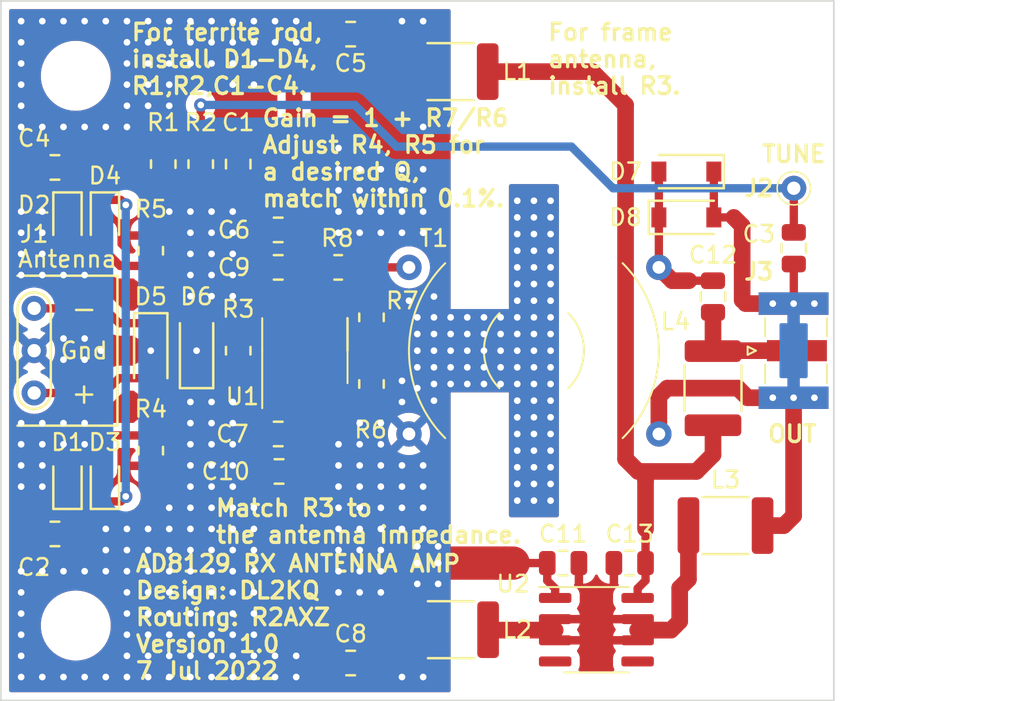
<source format=kicad_pcb>
(kicad_pcb (version 20211014) (generator pcbnew)
  (layers (0 "F.Cu" signal) (31 "B.Cu" signal) (34 "B.Paste" user) (35 "F.Paste" user) (36 "B.SilkS" user "B.Silkscreen") (37 "F.SilkS" user "F.Silkscreen") (38 "B.Mask" user) (39 "F.Mask" user) (44 "Edge.Cuts" user))
  (net 0 "")
  (net 1 "Net-(C1-Pad1)")
  (net 2 "GND")
  (net 3 "TUNE")
  (net 4 "SHLD")
  (net 5 "Net-(C2-Pad1)")
  (net 6 "Net-(C5-Pad2)")
  (net 7 "REGGND")
  (net 8 "Net-(C10-Pad2)")
  (net 9 "Net-(D1-Pad2)")
  (net 10 "Net-(D2-Pad2)")
  (net 11 "Net-(R6-Pad1)")
  (net 12 "Net-(R7-Pad2)")
  (net 13 "Net-(R8-Pad2)")
  (net 16 "Net-(C13-Pad1)")
  (net 17 "Net-(C12-Pad1)")
  (net 18 "Net-(C12-Pad2)")
  (footprint "AD8129 Preamp Board:R_0805_2012Metric" (layer "F.Cu") (at 130 95.75 90)
    (fp_text reference "R5")
    (fp_text value "390k*" hide)
  )
  (footprint "AD8129 Preamp Board:MountingHole_3.2mm_M3" (layer "F.Cu") (at 125.5 85.25)
    (fp_text reference "H1" hide)
    (fp_text value "M3" hide)
  )
  (footprint "AD8129 Preamp Board:C_0805_2012Metric" (layer "F.Cu") (at 168.6 95.6 -90)
    (fp_text reference "C3")
    (fp_text value "100n" hide)
  )
  (footprint "AD8129 Preamp Board:D_SOD-123" (layer "F.Cu") (at 162.15 91 180)
    (fp_text reference "D7")
    (fp_text value "1N4148W" hide)
  )
  (footprint "AD8129 Preamp Board:R_0805_2012Metric" (layer "F.Cu") (at 130.75 90.55 -90)
    (fp_text reference "R1")
    (fp_text value "100k" hide)
  )
  (footprint "AD8129 Preamp Board:C_0805_2012Metric" (layer "F.Cu") (at 154.75 114.5)
    (fp_text reference "C11")
    (fp_text value "100n" hide)
  )
  (footprint "AD8129 Preamp Board:C_0805_2012Metric" (layer "F.Cu") (at 142 120.5 180)
    (fp_text reference "C8")
    (fp_text value "100n")
  )
  (footprint "AD8129 Preamp Board:C_0805_2012Metric" (layer "F.Cu") (at 135.25 90.55 90)
    (fp_text reference "C1")
    (fp_text value "100n" hide)
  )
  (footprint "AD8129 Preamp Board:L_1812_4532Metric_Pad1.30x3.40mm_HandSolder" (layer "F.Cu") (at 148 85)
    (fp_text reference "L1")
    (fp_text value "220uH" hide)
  )
  (footprint "AD8129 Preamp Board:D_SOD-323" (layer "F.Cu") (at 125 109.75 90)
    (fp_text reference "D1")
    (fp_text value "BB640" hide)
  )
  (footprint "AD8129 Preamp Board:D_SOD-323" (layer "F.Cu") (at 125 93.75 -90)
    (fp_text reference "D2")
    (fp_text value "BB640" hide)
  )
  (footprint "AD8129 Preamp Board:TR-FT-50-43-1P-1S-Isolated" (layer "F.Cu") (at 153 101.75)
    (fp_text reference "T1")
    (fp_text value "Transformer_1P_1S" hide)
  )
  (footprint "AD8129 Preamp Board:R_0805_2012Metric" (layer "F.Cu") (at 133 90.55 90)
    (fp_text reference "R2")
    (fp_text value "10k" hide)
  )
  (footprint "AD8129 Preamp Board:C_0805_2012Metric" (layer "F.Cu") (at 137.7 109)
    (fp_text reference "C10")
    (fp_text value "100n" hide)
  )
  (footprint "AD8129 Preamp Board:R_0805_2012Metric" (layer "F.Cu") (at 141.25 96.75)
    (fp_text reference "R8")
    (fp_text value "47" hide)
  )
  (footprint "AD8129 Preamp Board:L_1812_4532Metric_Pad1.30x3.40mm_HandSolder" (layer "F.Cu") (at 163.75 104 90)
    (fp_text reference "L4")
    (fp_text value "220uH" hide)
  )
  (footprint "AD8129 Preamp Board:MountingHole_3.2mm_M3" (layer "F.Cu") (at 125.5 118.25)
    (fp_text reference "H2" hide)
    (fp_text value "M3" hide)
  )
  (footprint "AD8129 Preamp Board:SMA_Samtec_SMA-J-P-X-ST-EM1_EdgeMount" (layer "F.Cu") (at 168.5875 101.75 90)
    (fp_text reference "J3")
    (fp_text value "TRX")
  )
  (footprint "AD8129 Preamp Board:C_0805_2012Metric" (layer "F.Cu") (at 137.65 94.5)
    (fp_text reference "C6")
    (fp_text value "100n" hide)
  )
  (footprint "AD8129 Preamp Board:C_0805_2012Metric" (layer "F.Cu") (at 137.65 106.75 180)
    (fp_text reference "C7")
    (fp_text value "100n" hide)
  )
  (footprint "AD8129 Preamp Board:C_0805_2012Metric" (layer "F.Cu") (at 163.75 98.5 -90)
    (fp_text reference "C12")
    (fp_text value "100n" hide)
  )
  (footprint "AD8129 Preamp Board:D_SOD-123" (layer "F.Cu") (at 132.75 101.75 90)
    (fp_text reference "D6")
    (fp_text value "1N4148W" hide)
  )
  (footprint "AD8129 Preamp Board:MountingHole_3.2mm_M3" (layer "F.Cu") (at 166.5 85.25)
    (fp_text reference "H4" hide)
    (fp_text value "M3" hide)
  )
  (footprint "AD8129 Preamp Board:WirePad_1_0.8_1.5" (layer "F.Cu") (at 168.6 92)
    (fp_text reference "J2")
    (fp_text value "TUNE" hide)
  )
  (footprint "AD8129 Preamp Board:R_0805_2012Metric" (layer "F.Cu") (at 135.25 101.75 90)
    (fp_text reference "R3")
    (fp_text value "620*" hide)
  )
  (footprint "AD8129 Preamp Board:D_SOD-123" (layer "F.Cu") (at 162.15 93.75)
    (fp_text reference "D8")
    (fp_text value "1N4148W" hide)
  )
  (footprint "AD8129 Preamp Board:MountingHole_3.2mm_M3" (layer "F.Cu") (at 166.5 118.25)
    (fp_text reference "H3" hide)
    (fp_text value "M3" hide)
  )
  (footprint "AD8129 Preamp Board:C_0805_2012Metric" (layer "F.Cu") (at 124.25 112.75 180)
    (fp_text reference "C2")
    (fp_text value "100n" hide)
  )
  (footprint "AD8129 Preamp Board:R_0805_2012Metric" (layer "F.Cu") (at 143.25 103.75 -90)
    (fp_text reference "R6")
    (fp_text value "33" hide)
  )
  (footprint "AD8129 Preamp Board:C_0805_2012Metric" (layer "F.Cu") (at 124.25 90.75 180)
    (fp_text reference "C4")
    (fp_text value "100n" hide)
  )
  (footprint "AD8129 Preamp Board:L_1812_4532Metric_Pad1.30x3.40mm_HandSolder" (layer "F.Cu") (at 164.5 112.25)
    (fp_text reference "L3")
    (fp_text value "1mH" hide)
  )
  (footprint "AD8129 Preamp Board:R_0805_2012Metric" (layer "F.Cu") (at 143.25 99.75 -90)
    (fp_text reference "R7")
    (fp_text value "1k" hide)
  )
  (footprint "AD8129 Preamp Board:L_1812_4532Metric_Pad1.30x3.40mm_HandSolder" (layer "F.Cu") (at 148.025 118.5 180)
    (fp_text reference "L2")
    (fp_text value "220uH" hide)
  )
  (footprint "AD8129 Preamp Board:D_SOD-323" (layer "F.Cu") (at 127.25 109.75 90)
    (fp_text reference "D3")
    (fp_text value "BB640" hide)
  )
  (footprint "AD8129 Preamp Board:C_0805_2012Metric" (layer "F.Cu") (at 142 82.75)
    (fp_text reference "C5")
    (fp_text value "100n" hide)
  )
  (footprint "AD8129 Preamp Board:D_SOD-323" (layer "F.Cu") (at 127.25 93.75 -90)
    (fp_text reference "D4")
    (fp_text value "BB640" hide)
  )
  (footprint "AD8129 Preamp Board:C_0805_2012Metric" (layer "F.Cu") (at 158.75 114.5 180)
    (fp_text reference "C13")
    (fp_text value "100n" hide)
  )
  (footprint "AD8129 Preamp Board:WirePad_3_0.8_1.5" (layer "F.Cu") (at 123 101.75 180)
    (fp_text reference "J1")
    (fp_text value "ANT")
  )
  (footprint "AD8129 Preamp Board:D_SOD-123" (layer "F.Cu") (at 130 101.75 -90)
    (fp_text reference "D5")
    (fp_text value "1N4148W" hide)
  )
  (footprint "AD8129 Preamp Board:C_0805_2012Metric" (layer "F.Cu") (at 137.65 96.75 180)
    (fp_text reference "C9")
    (fp_text value "100n" hide)
  )
  (footprint "AD8129 Preamp Board:SOIC-8_3.9x4.9mm_P1.27mm" (layer "F.Cu") (at 139.25 101.75 90)
    (fp_text reference "U1")
    (fp_text value "AD8129" hide)
  )
  (footprint "Package_SO:SOIC-8_3.9x4.9mm_P1.27mm" (layer "F.Cu") (at 156.75 118.5)
    (fp_text reference "U2")
    (fp_text value "L78L06_SO8" hide)
  )
  (footprint "AD8129 Preamp Board:R_0805_2012Metric" (layer "F.Cu") (at 130 107.75 90)
    (fp_text reference "R4")
    (fp_text value "390k*" hide)
  )
  (gr_line (start 122 97.25) (end 128 97.25) (layer "F.SilkS") (width 0.15))
  (gr_line (start 128 106.25) (end 122 106.25) (layer "F.SilkS") (width 0.15))
  (gr_line (start 128 97.25) (end 128 106.25) (layer "F.SilkS") (width 0.15))
  (gr_line (start 171 80.75) (end 171 122.75) (layer "Edge.Cuts") (width 0.1))
  (gr_line (start 121 122.75) (end 121 80.75) (layer "Edge.Cuts") (width 0.1))
  (gr_line (start 171 122.75) (end 121 122.75) (layer "Edge.Cuts") (width 0.1))
  (gr_line (start 121 80.75) (end 171 80.75) (layer "Edge.Cuts") (width 0.1))
  (gr_text "For frame\nantenna,\ninstall R3.\n" (at 153.75 84.25) (layer "F.SilkS") (effects (font (size 1 1) (thickness 0.2)) (justify left)))
  (gr_text "TUNE" (at 168.6 89.95) (layer "F.SilkS") (effects (font (size 1 1) (thickness 0.2))))
  (gr_text "For ferrite rod,\ninstall D1-D4,\nR1,R2,C1-С4.\n" (at 128.75 84.25) (layer "F.SilkS") (effects (font (size 1 1) (thickness 0.2)) (justify left)))
  (gr_text "Antenna" (at 125 96.25) (layer "F.SilkS") (effects (font (size 1 1))))
  (gr_text "Gain = 1 + R7/R6\nAdjust R4, R5 for\na desired Q,\nmatch within 0.1%." (at 136.6 90.2) (layer "F.SilkS") (effects (font (size 1 1) (thickness 0.2)) (justify left)))
  (gr_text "Match R3 to \nthe antenna impedance." (at 133.8 112) (layer "F.SilkS") (effects (font (size 1 1) (thickness 0.2)) (justify left)))
  (gr_text "+" (at 126 104.29) (layer "F.SilkS") (effects (font (size 1.27 1.27))))
  (gr_text "Gnd" (at 126 101.75) (layer "F.SilkS") (effects (font (size 1 1))))
  (gr_text "OUT" (at 168.5 106.75) (layer "F.SilkS") (effects (font (size 1 1) (thickness 0.2))))
  (gr_text "AD8129 RX ANTENNA AMP\nDesign: DL2KQ\nRouting: R2AXZ\nVersion 1.0\n7 Jul 2022" (at 129 117.75) (layer "F.SilkS") (effects (font (size 1 1) (thickness 0.2)) (justify left)))
  (gr_text "-" (at 126 99.21) (layer "F.SilkS") (effects (font (size 1.27 1.27))))
  (segment (start 130.75 91.4625) (end 133 91.4625) (width 0.5) (layer "F.Cu") (net 1))
  (segment (start 135.2125 91.4625) (end 135.25 91.5) (width 0.5) (layer "F.Cu") (net 1))
  (segment (start 133 91.4625) (end 135.2125 91.4625) (width 0.5) (layer "F.Cu") (net 1))
  (segment (start 142.1625 104.6625) (end 141.725 104.225) (width 0.5) (layer "F.Cu") (net 2))
  (segment (start 136.7 94.5) (end 136.7 96.75) (width 0.5) (layer "F.Cu") (net 2))
  (segment (start 136.7 108.95) (end 136.75 109) (width 0.5) (layer "F.Cu") (net 2))
  (segment (start 136.7 106.75) (end 136.7 108.95) (width 0.5) (layer "F.Cu") (net 2))
  (segment (start 141.725 104.225) (end 141.155 104.225) (width 0.5) (layer "F.Cu") (net 2))
  (segment (start 150.75 114.5) (end 151.25 114.5) (width 2) (layer "F.Cu") (net 2))
  (segment (start 153.8 114.5) (end 151.75 114.5) (width 0.5) (layer "F.Cu") (net 2))
  (segment (start 146.75 114.5) (end 150.75 114.5) (width 2) (layer "F.Cu") (net 2))
  (segment (start 153.8 115.55) (end 154.275 116.025) (width 0.5) (layer "F.Cu") (net 2))
  (segment (start 151.25 114.5) (end 151.75 114.5) (width 2) (layer "F.Cu") (net 2))
  (segment (start 154.275 116.025) (end 154.275 116.595) (width 0.5) (layer "F.Cu") (net 2))
  (segment (start 153.8 114.5) (end 153.8 115.55) (width 0.5) (layer "F.Cu") (net 2))
  (segment (start 143.25 104.6625) (end 142.1625 104.6625) (width 0.5) (layer "F.Cu") (net 2))
  (via blind (at 134.92 95.94) (size 0.8) (drill 0.4) (layers "F.Cu" "B.Cu") (net 2))
  (via blind (at 128.57 120.07) (size 0.8) (drill 0.4) (layers "F.Cu" "B.Cu") (net 2))
  (via blind (at 153 108.75) (size 0.8) (drill 0.4) (layers "F.Cu" "B.Cu") (net 2))
  (via blind (at 123.49 121.34) (size 0.8) (drill 0.4) (layers "F.Cu" "B.Cu") (net 2))
  (via blind (at 141.27 107.37) (size 0.8) (drill 0.4) (layers "F.Cu" "B.Cu") (net 2))
  (via blind (at 131.11 81.97) (size 0.8) (drill 0.4) (layers "F.Cu" "B.Cu") (net 2))
  (via blind (at 126.03 102.29) (size 0.8) (drill 0.4) (layers "F.Cu" "B.Cu") (net 2))
  (via blind (at 150 99.75) (size 0.8) (drill 0.4) (layers "F.Cu" "B.Cu") (net 2))
  (via blind (at 137.46 83.24) (size 0.8) (drill 0.4) (layers "F.Cu" "B.Cu") (net 2))
  (via blind (at 122.22 107.37) (size 0.8) (drill 0.4) (layers "F.Cu" "B.Cu") (net 2))
  (via blind (at 129.84 118.8) (size 0.8) (drill 0.4) (layers "F.Cu" "B.Cu") (net 2))
  (via blind (at 127.3 114.99) (size 0.8) (drill 0.4) (layers "F.Cu" "B.Cu") (net 2))
  (via blind (at 122.22 93.4) (size 0.8) (drill 0.4) (layers "F.Cu" "B.Cu") (net 2))
  (via blind (at 143.81 107.37) (size 0.8) (drill 0.4) (layers "F.Cu" "B.Cu") (net 2))
  (via blind (at 142.54 114.99) (size 0.8) (drill 0.4) (layers "F.Cu" "B.Cu") (net 2))
  (via blind (at 132.38 120.07) (size 0.8) (drill 0.4) (layers "F.Cu" "B.Cu") (net 2))
  (via blind (at 132.38 84.51) (size 0.8) (drill 0.4) (layers "F.Cu" "B.Cu") (net 2))
  (via blind (at 132.38 107.37) (size 0.8) (drill 0.4) (layers "F.Cu" "B.Cu") (net 2))
  (via blind (at 134.92 97.21) (size 0.8) (drill 0.4) (layers "F.Cu" "B.Cu") (net 2))
  (via blind (at 153 107.75) (size 0.8) (drill 0.4) (layers "F.Cu" "B.Cu") (net 2))
  (via blind (at 123.49 108.64) (size 0.8) (drill 0.4) (layers "F.Cu" "B.Cu") (net 2))
  (via blind (at 122.22 118.8) (size 0.8) (drill 0.4) (layers "F.Cu" "B.Cu") (net 2))
  (via blind (at 128.57 112.45) (size 0.8) (drill 0.4) (layers "F.Cu" "B.Cu") (net 2))
  (via blind (at 148 103.75) (size 0.8) (drill 0.4) (layers "F.Cu" "B.Cu") (net 2))
  (via blind (at 131.11 87.05) (size 0.8) (drill 0.4) (layers "F.Cu" "B.Cu") (net 2))
  (via blind (at 132.38 106.1) (size 0.8) (drill 0.4) (layers "F.Cu" "B.Cu") (net 2))
  (via blind (at 153 104.75) (size 0.8) (drill 0.4) (layers "F.Cu" "B.Cu") (net 2))
  (via blind (at 146 104) (size 0.8) (drill 0.4) (layers "F.Cu" "B.Cu") (net 2))
  (via blind (at 132.38 98.48) (size 0.8) (drill 0.4) (layers "F.Cu" "B.Cu") (net 2))
  (via blind (at 149 103.75) (size 0.8) (drill 0.4) (layers "F.Cu" "B.Cu") (net 2))
  (via blind (at 132.38 93.4) (size 0.8) (drill 0.4) (layers "F.Cu" "B.Cu") (net 2))
  (via blind (at 136.19 120.07) (size 0.8) (drill 0.4) (layers "F.Cu" "B.Cu") (net 2))
  (via blind (at 124.76 107.37) (size 0.8) (drill 0.4) (layers "F.Cu" "B.Cu") (net 2))
  (via blind (at 133.65 95.94) (size 0.8) (drill 0.4) (layers "F.Cu" "B.Cu") (net 2))
  (via blind (at 133.65 111.18) (size 0.8) (drill 0.4) (layers "F.Cu" "B.Cu") (net 2))
  (via blind (at 141.27 92.13) (size 0.8) (drill 0.4) (layers "F.Cu" "B.Cu") (net 2))
  (via blind (at 141.27 111.18) (size 0.8) (drill 0.4) (layers "F.Cu" "B.Cu") (net 2))
  (via blind (at 147 101.75) (size 0.8) (drill 0.4) (layers "F.Cu" "B.Cu") (net 2))
  (via blind (at 153 98.75) (size 0.8) (drill 0.4) (layers "F.Cu" "B.Cu") (net 2))
  (via blind (at 153 94.75) (size 0.8) (drill 0.4) (layers "F.Cu" "B.Cu") (net 2))
  (via blind (at 124.76 101.02) (size 0.8) (drill 0.4) (layers "F.Cu" "B.Cu") (net 2))
  (via blind (at 131.11 93.4) (size 0.8) (drill 0.4) (layers "F.Cu" "B.Cu") (net 2))
  (via blind (at 122.22 116.26) (size 0.8) (drill 0.4) (layers "F.Cu" "B.Cu") (net 2))
  (via blind (at 145.08 92.13) (size 0.8) (drill 0.4) (layers "F.Cu" "B.Cu") (net 2))
  (via blind (at 152 101.75) (size 0.8) (drill 0.4) (layers "F.Cu" "B.Cu") (net 2))
  (via blind (at 133.65 94.67) (size 0.8) (drill 0.4) (layers "F.Cu" "B.Cu") (net 2))
  (via blind (at 131.11 121.34) (size 0.8) (drill 0.4) (layers "F.Cu" "B.Cu") (net 2))
  (via blind (at 141.27 116.26) (size 0.8) (drill 0.4) (layers "F.Cu" "B.Cu") (net 2))
  (via blind (at 152 95.75) (size 0.8) (drill 0.4) (layers "F.Cu" "B.Cu") (net 2))
  (via blind (at 148 101.75) (size 0.8) (drill 0.4) (layers "F.Cu" "B.Cu") (net 2))
  (via blind (at 123.49 81.97) (size 0.8) (drill 0.4) (layers "F.Cu" "B.Cu") (net 2))
  (via blind (at 150 103.75) (size 0.8) (drill 0.4) (layers "F.Cu" "B.Cu") (net 2))
  (via blind (at 122.22 108.64) (size 0.8) (drill 0.4) (layers "F.Cu" "B.Cu") (net 2))
  (via blind (at 143.81 116.26) (size 0.8) (drill 0.4) (layers "F.Cu" "B.Cu") (net 2))
  (via blind (at 147.25 115.75) (size 0.8) (drill 0.4) (layers "F.Cu" "B.Cu") (net 2))
  (via blind (at 128.57 87.05) (size 0.8) (drill 0.4) (layers "F.Cu" "B.Cu") (net 2))
  (via blind (at 136.19 111.18) (size 0.8) (drill 0.4) (layers "F.Cu" "B.Cu") (net 2))
  (via blind (at 134.92 121.34) (size 0.8) (drill 0.4) (layers "F.Cu" "B.Cu") (net 2))
  (via blind (at 150 101.75) (size 0.8) (drill 0.4) (layers "F.Cu" "B.Cu") (net 2))
  (via blind (at 141.27 90.86) (size 0.8) (drill 0.4) (layers "F.Cu" "B.Cu") (net 2))
  (via blind (at 126.03 101.02) (size 0.8) (drill 0.4) (layers "F.Cu" "B.Cu") (net 2))
  (via blind (at 146.35 81.97) (size 0.8) (drill 0.4) (layers "F.Cu" "B.Cu") (net 2))
  (via blind (at 128.57 114.99) (size 0.8) (drill 0.4) (layers "F.Cu" "B.Cu") (net 2))
  (via blind (at 138.73 83.24) (size 0.8) (drill 0.4) (layers "F.Cu" "B.Cu") (net 2))
  (via blind (at 136.19 112.45) (size 0.8) (drill 0.4) (layers "F.Cu" "B.Cu") (net 2))
  (via blind (at 151 102.75) (size 0.8) (drill 0.4) (layers "F.Cu" "B.Cu") (net 2))
  (via blind (at 153 101.75) (size 0.8) (drill 0.4) (layers "F.Cu" "B.Cu") (net 2))
  (via blind (at 126.03 88.32) (size 0.8) (drill 0.4) (layers "F.Cu" "B.Cu") (net 2))
  (via blind (at 152 96.75) (size 0.8) (drill 0.4) (layers "F.Cu" "B.Cu") (net 2))
  (via blind (at 131.11 117.53) (size 0.8) (drill 0.4) (layers "F.Cu" "B.Cu") (net 2))
  (via blind (at 126.03 97.21) (size 0.8) (drill 0.4) (layers "F.Cu" "B.Cu") (net 2))
  (via blind (at 134.92 117.53) (size 0.8) (drill 0.4) (layers "F.Cu" "B.Cu") (net 2))
  (via blind (at 132.38 95.94) (size 0.8) (drill 0.4) (layers "F.Cu" "B.Cu") (net 2))
  (via blind (at 129.84 84.51) (size 0.8) (drill 0.4) (layers "F.Cu" "B.Cu") (net 2))
  (via blind (at 122.22 84.51) (size 0.8) (drill 0.4) (layers "F.Cu" "B.Cu") (net 2))
  (via blind (at 136.19 85.78) (size 0.8) (drill 0.4) (layers "F.Cu" "B.Cu") (net 2))
  (via blind (at 128.57 88.32) (size 0.8) (drill 0.4) (layers "F.Cu" "B.Cu") (net 2))
  (via blind (at 132.38 111.18) (size 0.8) (drill 0.4) (layers "F.Cu" "B.Cu") (net 2))
  (via blind (at 132.38 97.21) (size 0.8) (drill 0.4) (layers "F.Cu" "B.Cu") (net 2))
  (via blind (at 132.38 117.53) (size 0.8) (drill 0.4) (layers "F.Cu" "B.Cu") (net 2))
  (via blind (at 124.76 97.21) (size 0.8) (drill 0.4) (layers "F.Cu" "B.Cu") (net 2))
  (via blind (at 141.27 114.99) (size 0.8) (drill 0.4) (layers "F.Cu" "B.Cu") (net 2))
  (via blind (at 136.19 83.24) (size 0.8) (drill 0.4) (layers "F.Cu" "B.Cu") (net 2))
  (via blind (at 152 108.75) (size 0.8) (drill 0.4) (layers "F.Cu" "B.Cu") (net 2))
  (via blind (at 143.81 111.18) (size 0.8) (drill 0.4) (layers "F.Cu" "B.Cu") (net 2))
  (via blind (at 142.54 94.67) (size 0.8) (drill 0.4) (layers "F.Cu" "B.Cu") (net 2))
  (via blind (at 151 100.75) (size 0.8) (drill 0.4) (layers "F.Cu" "B.Cu") (net 2))
  (via blind (at 154 104.75) (size 0.8) (drill 0.4) (layers "F.Cu" "B.Cu") (net 2))
  (via blind (at 126.03 106.1) (size 0.8) (drill 0.4) (layers "F.Cu" "B.Cu") (net 2))
  (via blind (at 138.73 120.07) (size 0.8) (drill 0.4) (layers "F.Cu" "B.Cu") (net 2))
  (via blind (at 133.65 112.45) (size 0.8) (drill 0.4) (layers "F.Cu" "B.Cu") (net 2))
  (via blind (at 133.65 98.48) (size 0.8) (drill 0.4) (layers "F.Cu" "B.Cu") (net 2))
  (via blind (at 152 107.75) (size 0.8) (drill 0.4) (layers "F.Cu" "B.Cu") (net 2))
  (via blind (at 133.65 84.51) (size 0.8) (drill 0.4) (layers "F.Cu" "B.Cu") (net 2))
  (via blind (at 136.19 81.97) (size 0.8) (drill 0.4) (layers "F.Cu" "B.Cu") (net 2))
  (via blind (at 133.65 109.91) (size 0.8) (drill 0.4) (layers "F.Cu" "B.Cu") (net 2))
  (via blind (at 152 106.75) (size 0.8) (drill 0.4) (layers "F.Cu" "B.Cu") (net 2))
  (via blind (at 142.54 106.1) (size 0.8) (drill 0.4) (layers "F.Cu" "B.Cu") (net 2))
  (via blind (at 134.92 118.8) (size 0.8) (drill 0.4) (layers "F.Cu" "B.Cu") (net 2))
  (via blind (at 154 94.75) (size 0.8) (drill 0.4) (layers "F.Cu" "B.Cu") (net 2))
  (via blind (at 132.38 114.99) (size 0.8) (drill 0.4) (layers "F.Cu" "B.Cu") (net 2))
  (via blind (at 134.92 94.67) (size 0.8) (drill 0.4) (layers "F.Cu" "B.Cu") (net 2))
  (via blind (at 124.76 81.97) (size 0.8) (drill 0.4) (layers "F.Cu" "B.Cu") (net 2))
  (via blind (at 145.08 109.91) (size 0.8) (drill 0.4) (layers "F.Cu" "B.Cu") (net 2))
  (via blind (at 122.22 87.05) (size 0.8) (drill 0.4) (layers "F.Cu" "B.Cu") (net 2))
  (via blind (at 146.35 109.91) (size 0.8) (drill 0.4) (layers "F.Cu" "B.Cu") (net 2))
  (via blind (at 146.35 112.45) (size 0.8) (drill 0.4) (layers "F.Cu" "B.Cu") (net 2))
  (via blind (at 154 92.75) (size 0.8) (drill 0.4) (layers "F.Cu" "B.Cu") (net 2))
  (via blind (at 133.65 83.24) (size 0.8) (drill 0.4) (layers "F.Cu" "B.Cu") (net 2))
  (via blind (at 148 99.75) (size 0.8) (drill 0.4) (layers "F.Cu" "B.Cu") (net 2))
  (via blind (at 134.92 112.45) (size 0.8) (drill 0.4) (layers "F.Cu" "B.Cu") (net 2))
  (via blind (at 128.57 118.8) (size 0.8) (drill 0.4) (layers "F.Cu" "B.Cu") (net 2))
  (via blind (at 147 103.75) (size 0.8) (drill 0.4) (layers "F.Cu" "B.Cu") (net 2))
  (via blind (at 147 100.75) (size 0.8) (drill 0.4) (layers "F.Cu" "B.Cu") (net 2))
  (via blind (at 146.35 90.86) (size 0.8) (drill 0.4) (layers "F.Cu" "B.Cu") (net 2))
  (via blind (at 143.81 93.4) (size 0.8) (drill 0.4) (layers "F.Cu" "B.Cu") (net 2))
  (via blind (at 143.81 114.99) (size 0.8) (drill 0.4) (layers "F.Cu" "B.Cu") (net 2))
  (via blind (at 129.84 83.24) (size 0.8) (drill 0.4) (layers "F.Cu" "B.Cu") (net 2))
  (via blind (at 143.81 112.45) (size 0.8) (drill 0.4) (layers "F.Cu" "B.Cu") (net 2))
  (via blind (at 136.19 113.72) (size 0.8) (drill 0.4) (layers "F.Cu" "B.Cu") (net 2))
  (via blind (at 129.84 87.05) (size 0.8) (drill 0.4) (layers "F.Cu" "B.Cu") (net 2))
  (via blind (at 133.65 121.34) (size 0.8) (drill 0.4) (layers "F.Cu" "B.Cu") (net 2))
  (via blind (at 145.08 90.86) (size 0.8) (drill 0.4) (layers "F.Cu" "B.Cu") (net 2))
  (via blind (at 146.35 93.4) (size 0.8) (drill 0.4) (layers "F.Cu" "B.Cu") (net 2))
  (via blind (at 154 105.75) (size 0.8) (drill 0.4) (layers "F.Cu" "B.Cu") (net 2))
  (via blind (at 153 110.75) (size 0.8) (drill 0.4) (layers "F.Cu" "B.Cu") (net 2))
  (via blind (at 133.65 108.64) (size 0.8) (drill 0.4) (layers "F.Cu" "B.Cu") (net 2))
  (via blind (at 146 102.75) (size 0.8) (drill 0.4) (layers "F.Cu" "B.Cu") (net 2))
  (via blind (at 141.27 108.64) (size 0.8) (drill 0.4) (layers "F.Cu" "B.Cu") (net 2))
  (via blind (at 142.54 113.72) (size 0.8) (drill 0.4) (layers "F.Cu" "B.Cu") (net 2))
  (via blind (at 129.84 121.34) (size 0.8) (drill 0.4) (layers "F.Cu" "B.Cu") (net 2))
  (via blind (at 136.19 117.53) (size 0.8) (drill 0.4) (layers "F.Cu" "B.Cu") (net 2))
  (via blind (at 127.3 121.34) (size 0.8) (drill 0.4) (layers "F.Cu" "B.Cu") (net 2))
  (via blind (at 153 100.75) (size 0.8) (drill 0.4) (layers "F.Cu" "B.Cu") (net 2))
  (via blind (at 147.25 113.5) (size 0.8) (drill 0.4) (layers "F.Cu" "B.Cu") (net 2))
  (via blind (at 134.92 107.37) (size 0.8) (drill 0.4) (layers "F.Cu" "B.Cu") (net 2))
  (via blind (at 129.84 120.07) (size 0.8) (drill 0.4) (layers "F.Cu" "B.Cu") (net 2))
  (via blind (at 133.65 117.53) (size 0.8) (drill 0.4) (layers "F.Cu" "B.Cu") (net 2))
  (via blind (at 127.3 88.32) (size 0.8) (drill 0.4) (layers "F.Cu" "B.Cu") (net 2))
  (via blind (at 143.81 94.67) (size 0.8) (drill 0.4) (layers "F.Cu" "B.Cu") (net 2))
  (via blind (at 131.11 112.45) (size 0.8) (drill 0.4) (layers "F.Cu" "B.Cu") (net 2))
  (via blind (at 142.54 116.26) (size 0.8) (drill 0.4) (layers "F.Cu" "B.Cu") (net 2))
  (via blind (at 128.57 117.53) (size 0.8) (drill 0.4) (layers "F.Cu" "B.Cu") (net 2))
  (via blind (at 154 109.75) (size 0.8) (drill 0.4) (layers "F.Cu" "B.Cu") (net 2))
  (via blind (at 131.11 113.72) (size 0.8) (drill 0.4) (layers "F.Cu" "B.Cu") (net 2))
  (via blind (at 126.03 114.99) (size 0.8) (drill 0.4) (layers "F.Cu" "B.Cu") (net 2))
  (via blind (at 154 99.75) (size 0.8) (drill 0.4) (layers "F.Cu" "B.Cu") (net 2))
  (via blind (at 142.54 90.86) (size 0.8) (drill 0.4) (layers "F.Cu" "B.Cu") (net 2))
  (via blind (at 133.65 93.4) (size 0.8) (drill 0.4) (layers "F.Cu" "B.Cu") (net 2))
  (via blind (at 122.22 81.97) (size 0.8) (drill 0.4) (layers "F.Cu" "B.Cu") (net 2))
  (via blind (at 150 100.75) (size 0.8) (drill 0.4) (layers "F.Cu" "B.Cu") (net 2))
  (via blind (at 122.22 97.21) (size 0.8) (drill 0.4) (layers "F.Cu" "B.Cu") (net 2))
  (via blind (at 149 101.75) (size 0.8) (drill 0.4) (layers "F.Cu" "B.Cu") (net 2))
  (via blind (at 136.19 114.99) (size 0.8) (drill 0.4) (layers "F.Cu" "B.Cu") (net 2))
  (via blind (at 123.49 95.94) (size 0.8) (drill 0.4) (layers "F.Cu" "B.Cu") (net 2))
  (via blind (at 142.54 112.45) (size 0.8) (drill 0.4) (layers "F.Cu" "B.Cu") (net 2))
  (via blind (at 153 106.75) (size 0.8) (drill 0.4) (layers "F.Cu" "B.Cu") (net 2))
  (via blind (at 133.65 116.26) (size 0.8) (drill 0.4) (layers "F.Cu" "B.Cu") (net 2))
  (via blind (at 122.22 109.91) (size 0.8) (drill 0.4) (layers "F.Cu" "B.Cu") (net 2))
  (via blind (at 131.11 114.99) (size 0.8) (drill 0.4) (layers "F.Cu" "B.Cu") (net 2))
  (via blind (at 122.22 121.34) (size 0.8) (drill 0.4) (layers "F.Cu" "B.Cu") (net 2))
  (via blind (at 134.92 120.07) (size 0.8) (drill 0.4) (layers "F.Cu" "B.Cu") (net 2))
  (via blind (at 126.03 81.97) (size 0.8) (drill 0.4) (layers "F.Cu" "B.Cu") (net 2))
  (via blind (at 146 101.75) (size 0.8) (drill 0.4) (layers "F.Cu" "B.Cu") (net 2))
  (via blind (at 146.35 121.34) (size 0.8) (drill 0.4) (layers "F.Cu" "B.Cu") (net 2))
  (via blind (at 136.19 116.26) (size 0.8) (drill 0.4) (layers "F.Cu" "B.Cu") (net 2))
  (via blind (at 122.22 83.24) (size 0.8) (drill 0.4) (layers "F.Cu" "B.Cu") (net 2))
  (via blind (at 134.92 85.78) (size 0.8) (drill 0.4) (layers "F.Cu" "B.Cu") (net 2))
  (via blind (at 147 104.75) (size 0.8) (drill 0.4) (layers "F.Cu" "B.Cu") (net 2))
  (via blind (at 154 102.75) (size 0.8) (drill 0.4) (layers "F.Cu" "B.Cu") (net 2))
  (via blind (at 136.19 84.51) (size 0.8) (drill 0.4) (layers "F.Cu" "B.Cu") (net 2))
  (via blind (at 132.38 108.64) (size 0.8) (drill 0.4) (layers "F.Cu" "B.Cu") (net 2))
  (via blind (at 131.11 85.78) (size 0.8) (drill 0.4) (layers "F.Cu" "B.Cu") (net 2))
  (via blind (at 154 108.75) (size 0.8) (drill 0.4) (layers "F.Cu" "B.Cu") (net 2))
  (via blind (at 141.27 113.72) (size 0.8) (drill 0.4) (layers "F.Cu" "B.Cu") (net 2))
  (via blind (at 128.57 81.97) (size 0.8) (drill 0.4) (layers "F.Cu" "B.Cu") (net 2))
  (via blind (at 122.22 117.53) (size 0.8) (drill 0.4) (layers "F.Cu" "B.Cu") (net 2))
  (via blind (at 145.08 93.4) (size 0.8) (drill 0.4) (layers "F.Cu" "B.Cu") (net 2))
  (via blind (at 146.35 108.64) (size 0.8) (drill 0.4) (layers "F.Cu" "B.Cu") (net 2))
  (via blind (at 147 102.75) (size 0.8) (drill 0.4) (layers "F.Cu" "B.Cu") (net 2))
  (via blind (at 141.27 109.91) (size 0.8) (drill 0.4) (layers "F.Cu" "B.Cu") (net 2))
  (via blind (at 138.73 121.34) (size 0.8) (drill 0.4) (layers "F.Cu" "B.Cu") (net 2))
  (via blind (at 124.76 88.32) (size 0.8) (drill 0.4) (layers "F.Cu" "B.Cu") (net 2))
  (via blind (at 133.65 81.97) (size 0.8) (drill 0.4) (layers "F.Cu" "B.Cu") (net 2))
  (via blind (at 142.54 109.91) (size 0.8) (drill 0.4) (layers "F.Cu" "B.Cu") (net 2))
  (via blind (at 153 96.75) (size 0.8) (drill 0.4) (layers "F.Cu" "B.Cu") (net 2))
  (via blind (at 143.81 92.13) (size 0.8) (drill 0.4) (layers "F.Cu" "B.Cu") (net 2))
  (via blind (at 129.84 113.72) (size 0.8) (drill 0.4) (layers "F.Cu" "B.Cu") (net 2))
  (via blind (at 153 92.75) (size 0.8) (drill 0.4) (layers "F.Cu" "B.Cu") (net 2))
  (via blind (at 154 107.75) (size 0.8) (drill 0.4) (layers "F.Cu" "B.Cu") (net 2))
  (via blind (at 129.84 114.99) (size 0.8) (drill 0.4) (layers "F.Cu" "B.Cu") (net 2))
  (via blind (at 132.38 112.45) (size 0.8) (drill 0.4) (layers "F.Cu" "B.Cu") (net 2))
  (via blind (at 151 99.75) (size 0.8) (drill 0.4) (layers "F.Cu" "B.Cu") (net 2))
  (via blind (at 134.92 108.64) (size 0.8) (drill 0.4) (layers "F.Cu" "B.Cu") (net 2))
  (via blind (at 147.25 114.5) (size 0.8) (drill 0.4) (layers "F.Cu" "B.Cu") (net 2))
  (via blind (at 128.57 85.78) (size 0.8) (drill 0.4) (layers "F.Cu" "B.Cu") (net 2))
  (via blind (at 147 99.75) (size 0.8) (drill 0.4) (layers "F.Cu" "B.Cu") (net 2))
  (via blind (at 133.65 97.21) (size 0.8) (drill 0.4) (layers "F.Cu" "B.Cu") (net 2))
  (via blind (at 154 100.75) (size 0.8) (drill 0.4) (layers "F.Cu" "B.Cu") (net 2))
  (via blind (at 132.38 116.26) (size 0.8) (drill 0.4) (layers "F.Cu" "B.Cu") (net 2))
  (via blind (at 130 101.75) (size 0.8) (drill 0.4) (layers "F.Cu" "B.Cu") (net 2))
  (via blind (at 133.65 113.72) (size 0.8) (drill 0.4) (layers "F.Cu" "B.Cu") (net 2))
  (via blind (at 152 102.75) (size 0.8) (drill 0.4) (layers "F.Cu" "B.Cu") (net 2))
  (via blind (at 131.11 111.18) (size 0.8) (drill 0.4) (layers "F.Cu" "B.Cu") (net 2))
  (via blind (at 132.75 101.75) (size 0.8) (drill 0.4) (layers "F.Cu" "B.Cu") (net 2))
  (via blind (at 154 101.75) (size 0.8) (drill 0.4) (layers "F.Cu" "B.Cu") (net 2))
  (via blind (at 134.92 106.1) (size 0.8) (drill 0.4) (layers "F.Cu" "B.Cu") (net 2))
  (via blind (at 134.92 83.24) (size 0.8) (drill 0.4) (layers "F.Cu" "B.Cu") (net 2))
  (via blind (at 151 101.75) (size 0.8) (drill 0.4) (layers "F.Cu" "B.Cu") (net 2))
  (via blind (at 122.22 114.99) (size 0.8) (drill 0.4) (layers "F.Cu" "B.Cu") (net 2))
  (via blind (at 152 97.75) (size 0.8) (drill 0.4) (layers "F.Cu" "B.Cu") (net 2))
  (via blind (at 153 97.75) (size 0.8) (drill 0.4) (layers "F.Cu" "B.Cu") (net 2))
  (via blind (at 153 95.75) (size 0.8) (drill 0.4) (layers "F.Cu" "B.Cu") (net 2))
  (via blind (at 128.57 121.34) (size 0.8) (drill 0.4) (layers "F.Cu" "B.Cu") (net 2))
  (via blind (at 142.54 92.13) (size 0.8) (drill 0.4) (layers "F.Cu" "B.Cu") (net 2))
  (via blind (at 134.92 93.4) (size 0.8) (drill 0.4) (layers "F.Cu" "B.Cu") (net 2))
  (via blind (at 152 104.75) (size 0.8) (drill 0.4) (layers "F.Cu" "B.Cu") (net 2))
  (via blind (at 133.65 106.1) (size 0.8) (drill 0.4) (layers "F.Cu" "B.Cu") (net 2))
  (via blind (at 146.35 111.18) (size 0.8) (drill 0.4) (layers "F.Cu" "B.Cu") (net 2))
  (via blind (at 124.76 106.1) (size 0.8) (drill 0.4) (layers "F.Cu" "B.Cu") (net 2))
  (via blind (at 122.22 94.67) (size 0.8) (drill 0.4) (layers "F.Cu" "B.Cu") (net 2))
  (via blind (at 127 101.75) (size 0.8) (drill 0.4) (layers "F.Cu" "B.Cu") (net 2))
  (via blind (at 134.92 84.51) (size 0.8) (drill 0.4) (layers "F.Cu" "B.Cu") (net 2))
  (via blind (at 132.38 83.24) (size 0.8) (drill 0.4) (layers "F.Cu" "B.Cu") (net 2))
  (via blind (at 123.49 93.4) (size 0.8) (drill 0.4) (layers "F.Cu" "B.Cu") (net 2))
  (via blind (at 124.76 102.29) (size 0.8) (drill 0.4) (layers "F.Cu" "B.Cu") (net 2))
  (via blind (at 154 96.75) (size 0.8) (drill 0.4) (layers "F.Cu" "B.Cu") (net 2))
  (via blind (at 152 98.75) (size 0.8) (drill 0.4) (layers "F.Cu" "B.Cu") (net 2))
  (via blind (at 152 93.75) (size 0.8) (drill 0.4) (layers "F.Cu" "B.Cu") (net 2))
  (via blind (at 145.08 103.56) (size 0.8) (drill 0.4) (layers "F.Cu" "B.Cu") (net 2))
  (via blind (at 132.38 104.83) (size 0.8) (drill 0.4) (layers "F.Cu" "B.Cu") (net 2))
  (via blind (at 152 94.75) (size 0.8) (drill 0.4) (layers "F.Cu" "B.Cu") (net 2))
  (via blind (at 123.49 94.67) (size 0.8) (drill 0.4) (layers "F.Cu" "B.Cu") (net 2))
  (via blind (at 142.54 108.64) (size 0.8) (drill 0.4) (layers "F.Cu" "B.Cu") (net 2))
  (via blind (at 126.03 107.37) (size 0.8) (drill 0.4) (layers "F.Cu" "B.Cu") (net 2))
  (via blind (at 137.46 120.07) (size 0.8) (drill 0.4) (layers "F.Cu" "B.Cu") (net 2))
  (via blind (at 128.57 116.26) (size 0.8) (drill 0.4) (layers "F.Cu" "B.Cu") (net 2))
  (via blind (at 142.54 111.18) (size 0.8) (drill 0.4) (layers "F.Cu" "B.Cu") (net 2))
  (via blind (at 145.08 108.64) (size 0.8) (drill 0.4) (layers "F.Cu" "B.Cu") (net 2))
  (via blind (at 152 105.75) (size 0.8) (drill 0.4) (layers "F.Cu" "B.Cu") (net 2))
  (via blind (at 127.3 112.45) (size 0.8) (drill 0.4) (layers "F.Cu" "B.Cu") (net 2))
  (via blind (at 152 103.75) (size 0.8) (drill 0.4) (layers "F.Cu" "B.Cu") (net 2))
  (via blind (at 145.08 94.67) (size 0.8) (drill 0.4) (layers "F.Cu" "B.Cu") (net 2))
  (via blind (at 146.35 88.32) (size 0.8) (drill 0.4) (layers "F.Cu" "B.Cu") (net 2))
  (via blind (at 154 106.75) (size 0.8) (drill 0.4) (layers "F.Cu" "B.Cu") (net 2))
  (via blind (at 134.92 98.48) (size 0.8) (drill 0.4) (layers "F.Cu" "B.Cu") (net 2))
  (via blind (at 131.11 116.26) (size 0.8) (drill 0.4) (layers "F.Cu" "B.Cu") (net 2))
  (via blind (at 123.49 97.21) (size 0.8) (drill 0.4) (layers "F.Cu" "B.Cu") (net 2))
  (via blind (at 148 102.75) (size 0.8) (drill 0.4) (layers "F.Cu" "B.Cu") (net 2))
  (via blind (at 154 110.75) (size 0.8) (drill 0.4) (layers "F.Cu" "B.Cu") (net 2))
  (via blind (at 133.65 114.99) (size 0.8) (drill 0.4) (layers "F.Cu" "B.Cu") (net 2))
  (via blind (at 151 103.75) (size 0.8) (drill 0.4) (layers "F.Cu" "B.Cu") (net 2))
  (via blind (at 141.27 112.45) (size 0.8) (drill 0.4) (layers "F.Cu" "B.Cu") (net 2))
  (via blind (at 146 113.5) (size 0.8) (drill 0.4) (layers "F.Cu" "B.Cu") (net 2))
  (via blind (at 154 95.75) (size 0.8) (drill 0.4) (layers "F.Cu" "B.Cu") (net 2))
  (via blind (at 154 98.75) (size 0.8) (drill 0.4) (layers "F.Cu" "B.Cu") (net 2))
  (via blind (at 122.22 85.78) (size 0.8) (drill 0.4) (layers "F.Cu" "B.Cu") (net 2))
  (via blind (at 152 99.75) (size 0.8) (drill 0.4) (layers "F.Cu" "B.Cu") (net 2))
  (via blind (at 137.46 121.34) (size 0.8) (drill 0.4) (layers "F.Cu" "B.Cu") (net 2))
  (via blind (at 123.49 88.32) (size 0.8) (drill 0.4) (layers "F.Cu" "B.Cu") (net 2))
  (via blind (at 149 100.75) (size 0.8) (drill 0.4) (layers "F.Cu" "B.Cu") (net 2))
  (via blind (at 153 99.75) (size 0.8) (drill 0.4) (layers "F.Cu" "B.Cu") (net 2))
  (via blind (at 131.11 84.51) (size 0.8) (drill 0.4) (layers "F.Cu" "B.Cu") (net 2))
  (via blind (at 142.54 107.37) (size 0.8) (drill 0.4) (layers "F.Cu" "B.Cu") (net 2))
  (via blind (at 146 100.75) (size 0.8) (drill 0.4) (layers "F.Cu" "B.Cu") (net 2))
  (via blind (at 147 98.5) (size 0.8) (drill 0.4) (layers "F.Cu" "B.Cu") (net 2))
  (via blind (at 133.65 104.83) (size 0.8) (drill 0.4) (layers "F.Cu" "B.Cu") (net 2))
  (via blind (at 138.73 81.97) (size 0.8) (drill 0.4) (layers "F.Cu" "B.Cu") (net 2))
  (via blind (at 145.08 121.34) (size 0.8) (drill 0.4) (layers "F.Cu" "B.Cu") (net 2))
  (via blind (at 123.49 114.99) (size 0.8) (drill 0.4) (layers "F.Cu" "B.Cu") (net 2))
  (via blind (at 123.49 109.91) (size 0.8) (drill 0.4) (layers "F.Cu" "B.Cu") (net 2))
  (via blind (at 133.65 107.37) (size 0.8) (drill 0.4) (layers "F.Cu" "B.Cu") (net 2))
  (via blind (at 132.38 81.97) (size 0.8) (drill 0.4) (layers "F.Cu" "B.Cu") (net 2))
  (via blind (at 152 92.75) (size 0.8) (drill 0.4) (layers "F.Cu" "B.Cu") (net 2))
  (via blind (at 134.92 81.97) (size 0.8) (drill 0.4) (layers "F.Cu" "B.Cu") (net 2))
  (via blind (at 153 102.75) (size 0.8) (drill 0.4) (layers "F.Cu" "B.Cu") (net 2))
  (via blind (at 128.57 113.72) (size 0.8) (drill 0.4) (layers "F.Cu" "B.Cu") (net 2))
  (via blind (at 122.22 95.94) (size 0.8) (drill 0.4) (layers "F.Cu" "B.Cu") (net 2))
  (via blind (at 153 105.75) (size 0.8) (drill 0.4) (layers "F.Cu" "B.Cu") (net 2))
  (via blind (at 134.92 114.99) (size 0.8) (drill 0.4) (layers "F.Cu" "B.Cu") (net 2))
  (via blind (at 142.54 93.4) (size 0.8) (drill 0.4) (layers "F.Cu" "B.Cu") (net 2))
  (via blind (at 127.3 113.72) (size 0.8) (drill 0.4) (layers "F.Cu" "B.Cu") (net 2))
  (via blind (at 124.76 114.99) (size 0.8) (drill 0.4) (layers "F.Cu" "B.Cu") (net 2))
  (via blind (at 153 109.75) (size 0.8) (drill 0.4) (layers "F.Cu" "B.Cu") (net 2))
  (via blind (at 145.5 98.75) (size 0.8) (drill 0.4) (layers "F.Cu" "B.Cu") (net 2))
  (via blind (at 131.11 120.07) (size 0.8) (drill 0.4) (layers "F.Cu" "B.Cu") (net 2))
  (via blind (at 153 93.75) (size 0.8) (drill 0.4) (layers "F.Cu" "B.Cu") (net 2))
  (via blind (at 146 99.75) (size 0.8) (drill 0.4) (layers "F.Cu" "B.Cu") (net 2))
  (via blind (at 146 114.5) (size 0.8) (drill 0.4) (layers "F.Cu" "B.Cu") (net 2))
  (via blind (at 150 102.75) (size 0.8) (drill 0.4) (layers "F.Cu" "B.Cu") (net 2))
  (via blind (at 141.27 89.59) (size 0.8) (drill 0.4) (layers "F.Cu" "B.Cu") (net 2))
  (via blind (at 152 110.75) (size 0.8) (drill 0.4) (layers "F.Cu" "B.Cu") (net 2))
  (via blind (at 141.27 93.4) (size 0.8) (drill 0.4) (layers "F.Cu" "B.Cu") (net 2))
  (via blind (at 131.11 83.24) (size 0.8) (drill 0.4) (layers "F.Cu" "B.Cu") (net 2))
  (via blind (at 154 103.75) (size 0.8) (drill 0.4) (layers "F.Cu" "B.Cu") (net 2))
  (via blind (at 152 100.75) (size 0.8) (drill 0.4) (layers "F.Cu" "B.Cu") (net 2))
  (via blind (at 149 99.75) (size 0.8) (drill 0.4) (layers "F.Cu" "B.Cu") (net 2))
  (via blind (at 124.76 121.34) (size 0.8) (drill 0.4) (layers "F.Cu" "B.Cu") (net 2))
  (via blind (at 145.08 111.18) (size 0.8) (drill 0.4) (layers "F.Cu" "B.Cu") (net 2))
  (via blind (at 131.11 118.8) (size 0.8) (drill 0.4) (layers "F.Cu" "B.Cu") (net 2))
  (via blind (at 148 100.75) (size 0.8) (drill 0.4) (layers "F.Cu" "B.Cu") (net 2))
  (via blind (at 132.38 113.72) (size 0.8) (drill 0.4) (layers "F.Cu" "B.Cu") (net 2))
  (via blind (at 134.92 109.91) (size 0.8) (drill 0.4) (layers "F.Cu" "B.Cu") (net 2))
  (via blind (at 129.84 81.97) (size 0.8) (drill 0.4) (layers "F.Cu" "B.Cu") (net 2))
  (via blind (at 143.81 109.91) (size 0.8) (drill 0.4) (layers "F.Cu" "B.Cu") (net 2))
  (via blind (at 143.81 106.1) (size 0.8) (drill 0.4) (layers "F.Cu" "B.Cu") (net 2))
  (via blind (at 146 115.75) (size 0.8) (drill 0.4) (layers "F.Cu" "B.Cu") (net 2))
  (via blind (at 143.81 113.72) (size 0.8) (drill 0.4) (layers "F.Cu" "B.Cu") (net 2))
  (via blind (at 145.08 112.45) (size 0.8) (drill 0.4) (layers "F.Cu" "B.Cu") (net 2))
  (via blind (at 132.38 94.67) (size 0.8) (drill 0.4) (layers "F.Cu" "B.Cu") (net 2))
  (via blind (at 129.84 117.53) (size 0.8) (drill 0.4) (layers "F.Cu" "B.Cu") (net 2))
  (via blind (at 134.92 116.26) (size 0.8) (drill 0.4) (layers "F.Cu" "B.Cu") (net 2))
  (via blind (at 129.84 112.45) (size 0.8) (drill 0.4) (layers "F.Cu" "B.Cu") (net 2))
  (via blind (at 129.84 116.26) (size 0.8) (drill 0.4) (layers "F.Cu" "B.Cu") (net 2))
  (via blind (at 133.65 118.8) (size 0.8) (drill 0.4) (layers "F.Cu" "B.Cu") (net 2))
  (via blind (at 122.22 106.1) (size 0.8) (drill 0.4) (layers "F.Cu" "B.Cu") (net 2))
  (via blind (at 132.38 109.91) (size 0.8) (drill 0.4) (layers "F.Cu" "B.Cu") (net 2))
  (via blind (at 145.08 81.97) (size 0.8) (drill 0.4) (layers "F.Cu" "B.Cu") (net 2))
  (via blind (at 146.35 92.13) (size 0.8) (drill 0.4) (layers "F.Cu" "B.Cu") (net 2))
  (via blind (at 154 97.75) (size 0.8) (drill 0.4) (layers "F.Cu" "B.Cu") (net 2))
  (via blind (at 122.22 88.32) (size 0.8) (drill 0.4) (layers "F.Cu" "B.Cu") (net 2))
  (via blind (at 127.3 81.97) (size 0.8) (drill 0.4) (layers "F.Cu" "B.Cu") (net 2))
  (via blind (at 123.49 106.1) (size 0.8) (drill 0.4) (layers "F.Cu" "B.Cu") (net 2))
  (via blind (at 129.84 85.78) (size 0.8) (drill 0.4) (layers "F.Cu" "B.Cu") (net 2))
  (via blind (at 123.49 107.37) (size 0.8) (drill 0.4) (layers "F.Cu" "B.Cu") (net 2))
  (via blind (at 143.81 108.64) (size 0.8) (drill 0.4) (layers "F.Cu" "B.Cu") (net 2))
  (via blind (at 154 93.75) (size 0.8) (drill 0.4) (layers "F.Cu" "B.Cu") (net 2))
  (via blind (at 122.22 120.07) (size 0.8) (drill 0.4) (layers "F.Cu" "B.Cu") (net 2))
  (via blind (at 134.92 104.83) (size 0.8) (drill 0.4) (layers "F.Cu" "B.Cu") (net 2))
  (via blind (at 149 102.75) (size 0.8) (drill 0.4) (layers "F.Cu" "B.Cu") (net 2))
  (via blind (at 146.35 94.67) (size 0.8) (drill 0.4) (layers "F.Cu" "B.Cu") (net 2))
  (via blind (at 143.81 90.86) (size 0.8) (drill 0.4) (layers "F.Cu" "B.Cu") (net 2))
  (via blind (at 132.38 121.34) (size 0.8) (drill 0.4) (layers "F.Cu" "B.Cu") (net 2))
  (via blind (at 136.19 118.8) (size 0.8) (drill 0.4) (layers "F.Cu" "B.Cu") (net 2))
  (via blind (at 152 109.75) (size 0.8) (drill 0.4) (layers "F.Cu" "B.Cu") (net 2))
  (via blind (at 145.08 104.83) (size 0.8) (drill 0.4) (layers "F.Cu" "B.Cu") (net 2))
  (via blind (at 134.92 111.18) (size 0.8) (drill 0.4) (layers "F.Cu" "B.Cu") (net 2))
  (via blind (at 128.57 84.51) (size 0.8) (drill 0.4) (layers "F.Cu" "B.Cu") (net 2))
  (via blind (at 136.19 121.34) (size 0.8) (drill 0.4) (layers "F.Cu" "B.Cu") (net 2))
  (via blind (at 133.65 120.07) (size 0.8) (drill 0.4) (layers "F.Cu" "B.Cu") (net 2))
  (via blind (at 137.46 81.97) (size 0.8) (drill 0.4) (layers "F.Cu" "B.Cu") (net 2))
  (via blind (at 141.27 94.67) (size 0.8) (drill 0.4) (layers "F.Cu" "B.Cu") (net 2))
  (via blind (at 132.38 118.8) (size 0.8) (drill 0.4) (layers "F.Cu" "B.Cu") (net 2))
  (via blind (at 128.57 83.24) (size 0.8) (drill 0.4) (layers "F.Cu" "B.Cu") (net 2))
  (via blind (at 126.03 121.34) (size 0.8) (drill 0.4) (layers "F.Cu" "B.Cu") (net 2))
  (via blind (at 153 103.75) (size 0.8) (drill 0.4) (layers "F.Cu" "B.Cu") (net 2))
  (via blind (at 134.92 113.72) (size 0.8) (drill 0.4) (layers "F.Cu" "B.Cu") (net 2))
  (segment (start 168.6 94.65) (end 168.6 92) (width 0.5) (layer "F.Cu") (net 3))
  (segment (start 133 89.6375) (end 133 87) (width 0.5) (layer "F.Cu") (net 3))
  (via blind (at 133 87) (size 0.8) (drill 0.4) (layers "F.Cu" "B.Cu") (net 3))
  (segment (start 142.25 87) (end 133 87) (width 0.5) (layer "B.Cu") (net 3))
  (segment (start 155.25 89.5) (end 144.75 89.5) (width 0.5) (layer "B.Cu") (net 3))
  (segment (start 168.6 92) (end 157.75 92) (width 0.5) (layer "B.Cu") (net 3))
  (segment (start 157.75 92) (end 155.25 89.5) (width 0.5) (layer "B.Cu") (net 3))
  (segment (start 144.75 89.5) (end 142.25 87) (width 0.5) (layer "B.Cu") (net 3))
  (segment (start 166.725 112.25) (end 168 112.25) (width 1) (layer "F.Cu") (net 4))
  (segment (start 163.8 91) (end 163.8 93.75) (width 0.5) (layer "F.Cu") (net 4))
  (segment (start 161 104) (end 165.25 104) (width 1) (layer "F.Cu") (net 4))
  (segment (start 163.8 93.75) (end 165 93.75) (width 0.5) (layer "F.Cu") (net 4))
  (segment (start 165.5 94.25) (end 165.5 98.725) (width 1) (layer "F.Cu") (net 4))
  (segment (start 165.25 104) (end 165.825 104.575) (width 1) (layer "F.Cu") (net 4))
  (segment (start 160.5 106.75) (end 160.5 104.5) (width 1) (layer "F.Cu") (net 4))
  (segment (start 165 93.75) (end 165.5 94.25) (width 1) (layer "F.Cu") (net 4))
  (segment (start 165.825 104.575) (end 168.5875 104.575) (width 1) (layer "F.Cu") (net 4))
  (segment (start 160.5 104.5) (end 161 104) (width 1) (layer "F.Cu") (net 4))
  (segment (start 165.5 98.725) (end 165.7 98.925) (width 0.5) (layer "F.Cu") (net 4))
  (segment (start 165.7 98.925) (end 168.5875 98.925) (width 1) (layer "F.Cu") (net 4))
  (segment (start 168.6 96.55) (end 168.6 98.9125) (width 0.5) (layer "F.Cu") (net 4))
  (segment (start 168 112.25) (end 168.5875 111.6625) (width 1) (layer "F.Cu") (net 4))
  (segment (start 168.6 98.9125) (end 168.5875 98.925) (width 0.5) (layer "F.Cu") (net 4))
  (segment (start 168.5875 111.6625) (end 168.5875 104.575) (width 1) (layer "F.Cu") (net 4))
  (via blind (at 167.3375 104.575) (size 0.8) (drill 0.4) (layers "F.Cu" "B.Cu") (net 4))
  (via blind (at 168.5875 104.575) (size 0.8) (drill 0.4) (layers "F.Cu" "B.Cu") (net 4))
  (via blind (at 169.8375 104.575) (size 0.8) (drill 0.4) (layers "F.Cu" "B.Cu") (net 4))
  (via blind (at 167.3375 98.925) (size 0.8) (drill 0.4) (layers "F.Cu" "B.Cu") (net 4))
  (via blind (at 169.8375 98.925) (size 0.8) (drill 0.4) (layers "F.Cu" "B.Cu") (net 4))
  (via blind (at 168.5875 98.925) (size 0.8) (drill 0.4) (layers "F.Cu" "B.Cu") (net 4))
  (segment (start 127.25 90) (end 127.6125 89.6375) (width 0.5) (layer "F.Cu") (net 5))
  (segment (start 127.25 92.7) (end 127.25 90) (width 0.5) (layer "F.Cu") (net 5))
  (segment (start 125.2 112.75) (end 125.2 111) (width 0.5) (layer "F.Cu") (net 5))
  (segment (start 128.2 110.8) (end 127.25 110.8) (width 0.5) (layer "F.Cu") (net 5))
  (segment (start 128.2 92.7) (end 128.5 93) (width 0.5) (layer "F.Cu") (net 5))
  (segment (start 125.55 110.8) (end 127.25 110.8) (width 0.5) (layer "F.Cu") (net 5))
  (segment (start 125 110.8) (end 125.55 110.8) (width 0.5) (layer "F.Cu") (net 5))
  (segment (start 125.2 111) (end 125 110.8) (width 0.5) (layer "F.Cu") (net 5))
  (segment (start 125.2 90.75) (end 125.2 92.6) (width 0.5) (layer "F.Cu") (net 5))
  (segment (start 125 92.7) (end 125.3 92.7) (width 0.5) (layer "F.Cu") (net 5))
  (segment (start 127.25 92.7) (end 128.2 92.7) (width 0.5) (layer "F.Cu") (net 5))
  (segment (start 128.5 110.5) (end 128.2 110.8) (width 0.5) (layer "F.Cu") (net 5))
  (segment (start 125.2 92.6) (end 125.3 92.7) (width 0.5) (layer "F.Cu") (net 5))
  (segment (start 125.3 92.7) (end 127.25 92.7) (width 0.5) (layer "F.Cu") (net 5))
  (segment (start 127.6125 89.6375) (end 130.75 89.6375) (width 0.5) (layer "F.Cu") (net 5))
  (via blind (at 128.5 110.5) (size 0.8) (drill 0.4) (layers "F.Cu" "B.Cu") (net 5))
  (via blind (at 128.5 93) (size 0.8) (drill 0.4) (layers "F.Cu" "B.Cu") (net 5))
  (segment (start 128.5 93) (end 128.5 110.5) (width 0.5) (layer "B.Cu") (net 5))
  (segment (start 138.6 99.26) (end 138.615 99.275) (width 0.5) (layer "F.Cu") (net 6))
  (segment (start 138.6 85.4) (end 138.6 93.15) (width 1) (layer "F.Cu") (net 6))
  (segment (start 145.775 85) (end 143 85) (width 1) (layer "F.Cu") (net 6))
  (segment (start 139.885 101.885) (end 139.885 104.225) (width 0.5) (layer "F.Cu") (net 6))
  (segment (start 138.6 94.5) (end 138.6 96.75) (width 0.5) (layer "F.Cu") (net 6))
  (segment (start 143 85) (end 139 85) (width 1) (layer "F.Cu") (net 6))
  (segment (start 142.95 84.95) (end 143 85) (width 0.5) (layer "F.Cu") (net 6))
  (segment (start 142.95 82.75) (end 142.95 84.95) (width 0.5) (layer "F.Cu") (net 6))
  (segment (start 138.6 96.75) (end 138.6 99.26) (width 0.5) (layer "F.Cu") (net 6))
  (segment (start 138.6 94.5) (end 138.6 93.15) (width 0.5) (layer "F.Cu") (net 6))
  (segment (start 139 85) (end 138.6 85.4) (width 1) (layer "F.Cu") (net 6))
  (segment (start 138.615 100.615) (end 139.885 101.885) (width 0.5) (layer "F.Cu") (net 6))
  (segment (start 138.615 99.275) (end 138.615 100.615) (width 0.5) (layer "F.Cu") (net 6))
  (segment (start 161.75 116) (end 161.75 118) (width 1) (layer "F.Cu") (net 7))
  (segment (start 154.275 118.525) (end 154.275 119.135) (width 0.5) (layer "F.Cu") (net 7))
  (segment (start 162.275 112.25) (end 162.275 115.475) (width 1) (layer "F.Cu") (net 7))
  (segment (start 162.275 115.475) (end 161.75 116) (width 1) (layer "F.Cu") (net 7))
  (segment (start 161.75 118) (end 161.225 118.525) (width 1) (layer "F.Cu") (net 7))
  (segment (start 150.275 118.525) (end 154.275 118.525) (width 1) (layer "F.Cu") (net 7))
  (segment (start 161.225 118.525) (end 159.975 118.525) (width 1) (layer "F.Cu") (net 7))
  (segment (start 159.225 119.135) (end 159.225 118.525) (width 0.5) (layer "F.Cu") (net 7))
  (segment (start 159.225 118.525) (end 159.225 117.865) (width 0.5) (layer "F.Cu") (net 7))
  (segment (start 159.225 118.525) (end 160.725 118.525) (width 1) (layer "F.Cu") (net 7))
  (segment (start 150.275 118.525) (end 150.25 118.5) (width 0.5) (layer "F.Cu") (net 7))
  (segment (start 154.275 117.865) (end 154.275 118.525) (width 0.5) (layer "F.Cu") (net 7))
  (segment (start 142.95 120.5) (end 142.95 118.8) (width 0.5) (layer "F.Cu") (net 8))
  (segment (start 145.8 118.5) (end 143.25 118.5) (width 1) (layer "F.Cu") (net 8))
  (segment (start 138.65 109) (end 138.65 110.4) (width 0.5) (layer "F.Cu") (net 8))
  (segment (start 143.25 118.5) (end 139 118.5) (width 1) (layer "F.Cu") (net 8))
  (segment (start 139 118.5) (end 138.65 118.15) (width 1) (layer "F.Cu") (net 8))
  (segment (start 142.95 118.8) (end 143.25 118.5) (width 0.5) (layer "F.Cu") (net 8))
  (segment (start 138.6 104.24) (end 138.615 104.225) (width 0.5) (layer "F.Cu") (net 8))
  (segment (start 138.6 106.75) (end 138.6 104.24) (width 0.5) (layer "F.Cu") (net 8))
  (segment (start 138.6 106.75) (end 138.6 108.95) (width 0.5) (layer "F.Cu") (net 8))
  (segment (start 138.65 118.15) (end 138.65 110.4) (width 1) (layer "F.Cu") (net 8))
  (segment (start 138.6 108.95) (end 138.65 109) (width 0.5) (layer "F.Cu") (net 8))
  (segment (start 130 103.4) (end 132.75 103.4) (width 0.5) (layer "F.Cu") (net 9))
  (segment (start 123 104.29) (end 127.21 104.29) (width 0.5) (layer "F.Cu") (net 9))
  (segment (start 127.25 107.25) (end 127.6625 106.8375) (width 0.5) (layer "F.Cu") (net 9))
  (segment (start 136.6625 102.6625) (end 137.345 103.345) (width 0.5) (layer "F.Cu") (net 9))
  (segment (start 127.25 108.7) (end 127.25 107.25) (width 0.5) (layer "F.Cu") (net 9))
  (segment (start 134.5125 103.4) (end 135.25 102.6625) (width 0.5) (layer "F.Cu") (net 9))
  (segment (start 127.21 104.29) (end 128.1 103.4) (width 0.5) (layer "F.Cu") (net 9))
  (segment (start 127.6625 106.8375) (end 130 106.8375) (width 0.5) (layer "F.Cu") (net 9))
  (segment (start 128.1 103.4) (end 130 103.4) (width 0.5) (layer "F.Cu") (net 9))
  (segment (start 130 106.8375) (end 130 103.4) (width 0.5) (layer "F.Cu") (net 9))
  (segment (start 137.345 103.345) (end 137.345 104.225) (width 0.5) (layer "F.Cu") (net 9))
  (segment (start 125 108.7) (end 127.25 108.7) (width 0.5) (layer "F.Cu") (net 9))
  (segment (start 135.25 102.6625) (end 136.6625 102.6625) (width 0.5) (layer "F.Cu") (net 9))
  (segment (start 132.75 103.4) (end 134.5125 103.4) (width 0.5) (layer "F.Cu") (net 9))
  (segment (start 136.6625 100.8375) (end 137.345 100.155) (width 0.5) (layer "F.Cu") (net 10))
  (segment (start 134.5125 100.1) (end 135.25 100.8375) (width 0.5) (layer "F.Cu") (net 10))
  (segment (start 127.25 95.75) (end 128.1625 96.6625) (width 0.5) (layer "F.Cu") (net 10))
  (segment (start 132.75 100.1) (end 134.5125 100.1) (width 0.5) (layer "F.Cu") (net 10))
  (segment (start 125 94.8) (end 127.25 94.8) (width 0.5) (layer "F.Cu") (net 10))
  (segment (start 127.25 94.8) (end 127.25 95.75) (width 0.5) (layer "F.Cu") (net 10))
  (segment (start 127.21 99.21) (end 128.1 100.1) (width 0.5) (layer "F.Cu") (net 10))
  (segment (start 123 99.21) (end 127.21 99.21) (width 0.5) (layer "F.Cu") (net 10))
  (segment (start 128.1625 96.6625) (end 130 96.6625) (width 0.5) (layer "F.Cu") (net 10))
  (segment (start 137.345 100.155) (end 137.345 99.275) (width 0.5) (layer "F.Cu") (net 10))
  (segment (start 130 100.1) (end 132.75 100.1) (width 0.5) (layer "F.Cu") (net 10))
  (segment (start 128.1 100.1) (end 130 100.1) (width 0.5) (layer "F.Cu") (net 10))
  (segment (start 135.25 100.8375) (end 136.6625 100.8375) (width 0.5) (layer "F.Cu") (net 10))
  (segment (start 130 100.1) (end 130 96.6625) (width 0.5) (layer "F.Cu") (net 10))
  (segment (start 141.155 99.275) (end 141.225 99.275) (width 0.5) (layer "F.Cu") (net 11))
  (segment (start 141.6625 98.8375) (end 143.25 98.8375) (width 0.5) (layer "F.Cu") (net 11))
  (segment (start 144.75 101.3375) (end 143.25 102.8375) (width 0.5) (layer "F.Cu") (net 11))
  (segment (start 141.225 99.275) (end 141.6625 98.8375) (width 0.5) (layer "F.Cu") (net 11))
  (segment (start 143.8375 98.8375) (end 144.75 99.75) (width 0.5) (layer "F.Cu") (net 11))
  (segment (start 143.25 98.8375) (end 143.8375 98.8375) (width 0.5) (layer "F.Cu") (net 11))
  (segment (start 144.75 99.75) (end 144.75 101.3375) (width 0.5) (layer "F.Cu") (net 11))
  (segment (start 139.885 100.385) (end 140.75 101.25) (width 0.5) (layer "F.Cu") (net 12))
  (segment (start 142.6625 101.25) (end 143.25 100.6625) (width 0.5) (layer "F.Cu") (net 12))
  (segment (start 140.75 101.25) (end 142.6625 101.25) (width 0.5) (layer "F.Cu") (net 12))
  (segment (start 140.3375 97.4125) (end 140.3375 96.75) (width 0.5) (layer "F.Cu") (net 12))
  (segment (start 139.885 99.275) (end 139.885 100.385) (width 0.5) (layer "F.Cu") (net 12))
  (segment (start 139.885 97.865) (end 140.3375 97.4125) (width 0.5) (layer "F.Cu") (net 12))
  (segment (start 139.885 99.275) (end 139.885 97.865) (width 0.5) (layer "F.Cu") (net 12))
  (segment (start 142.1625 96.75) (end 145.5 96.75) (width 0.5) (layer "F.Cu") (net 13))
  (segment (start 156.5 85) (end 158.5 87) (width 1) (layer "F.Cu") (net 16))
  (segment (start 150.225 85) (end 156.5 85) (width 1) (layer "F.Cu") (net 16))
  (segment (start 159.225 116.025) (end 159.225 116.595) (width 0.5) (layer "F.Cu") (net 16))
  (segment (start 159.25 109) (end 162.75 109) (width 1) (layer "F.Cu") (net 16))
  (segment (start 162.75 109) (end 163.75 108) (width 1) (layer "F.Cu") (net 16))
  (segment (start 159.7 115.55) (end 159.225 116.025) (width 0.5) (layer "F.Cu") (net 16))
  (segment (start 163.75 108) (end 163.75 106.225) (width 1) (layer "F.Cu") (net 16))
  (segment (start 159.7 114.5) (end 159.7 113.05) (width 0.5) (layer "F.Cu") (net 16))
  (segment (start 159.7 113.05) (end 159.7 112.45) (width 0.5) (layer "F.Cu") (net 16))
  (segment (start 159.7 109.45) (end 159.7 109.55) (width 1) (layer "F.Cu") (net 16))
  (segment (start 158.5 87) (end 158.5 108.25) (width 1) (layer "F.Cu") (net 16))
  (segment (start 159.7 114.5) (end 159.7 115.55) (width 0.5) (layer "F.Cu") (net 16))
  (segment (start 158.5 108.25) (end 159.25 109) (width 1) (layer "F.Cu") (net 16))
  (segment (start 159.7 109.55) (end 159.7 112.45) (width 1) (layer "F.Cu") (net 16))
  (segment (start 160.5 91) (end 160.5 93.75) (width 0.5) (layer "F.Cu") (net 17))
  (segment (start 160.5 96.75) (end 160.5 93.75) (width 0.5) (layer "F.Cu") (net 17))
  (segment (start 161.3 97.55) (end 160.5 96.75) (width 1) (layer "F.Cu") (net 17))
  (segment (start 163.75 97.55) (end 162.3 97.55) (width 0.5) (layer "F.Cu") (net 17))
  (segment (start 161.3 97.55) (end 162.3 97.55) (width 1) (layer "F.Cu") (net 17))
  (segment (start 163.75 99.45) (end 163.75 101.775) (width 1) (layer "F.Cu") (net 18))
  (segment (start 163.775 101.75) (end 163.75 101.775) (width 1) (layer "F.Cu") (net 18))
  (segment (start 168.7875 101.75) (end 163.775 101.75) (width 1) (layer "F.Cu") (net 18))
  (zone (net 7) (net_name "REGGND") (layer "F.Cu") (connect_pads (clearance 0.5)) (min_thickness 0.2) (fill yes (thermal_gap 0.508) (thermal_bridge_width 0.508))
    (polygon (pts (xy 158.75 117.5) (xy 160.25 117.5) (xy 160.25 121) (xy 153.25 121) (xy 153.25 117.5) (xy 154.75 117.5) (xy 154.75 114.5) (xy 158.75 114.5)))
  )
  (zone (net 2) (net_name "GND") (layers F&B.Cu) (connect_pads (clearance 0.5)) (min_thickness 0.254) (fill yes (thermal_gap 0.508) (thermal_bridge_width 0.508))
    (polygon (pts (xy 154.5 111.75) (xy 151.5 111.75) (xy 151.5 91.75) (xy 154.5 91.75)))
  )
  (zone (net 2) (net_name "GND") (layers F&B.Cu) (connect_pads (clearance 0.5)) (min_thickness 0.254) (fill yes (thermal_gap 0.508) (thermal_bridge_width 0.508))
    (polygon (pts (xy 154.5 104.25) (xy 147.5 104.25) (xy 147.5 99.25) (xy 154.5 99.25)))
  )
  (zone (net 2) (net_name "GND") (layer "F.Cu") (connect_pads (clearance 0.5)) (min_thickness 0.2) (fill yes (thermal_gap 0.508) (thermal_bridge_width 0.508))
    (polygon (pts (xy 148 122.5) (xy 121.25 122.5) (xy 121.25 81) (xy 148 81)))
  )
  (zone (net 2) (net_name "GND") (layer "B.Cu") (connect_pads (clearance 0.5)) (min_thickness 0.2) (fill yes (thermal_gap 0.508) (thermal_bridge_width 0.508))
    (polygon (pts (xy 148 122.75) (xy 121.25 122.5) (xy 121.25 81) (xy 148 81)))
  )
  (zone (net 4) (net_name "SHLD") (layer "B.Cu") (connect_pads (clearance 0.5)) (min_thickness 0.2) (fill yes (thermal_gap 0.5) (thermal_bridge_width 0.75))
    (polygon (pts (xy 169.43 105.25) (xy 167.74 105.25) (xy 167.74 98.25) (xy 169.44 98.25)))
  )
)
</source>
